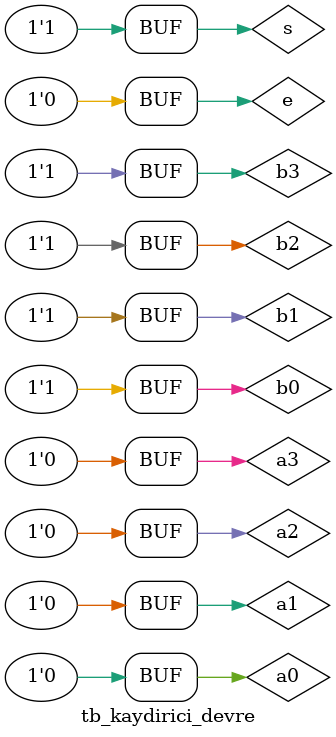
<source format=v>
module ikili_mux(
	input I0, I1, S,
	output OUT
);
wire w0, w1, w2;

not gate0(w0, S);
and gate1(w1, I1, S);
and gate2(w2, I0, w0);
or gate3(OUT, w1, w2);
 
endmodule

module dortlu_mux(
	input I0, I1, I2, I3, S0, S1,
	output OUT
);
wire w0, w1, w2, w3, w4, w5;

not gate0(w0, S0);
not gate1(w1, S1);
and gate2(w2, I3, S1, S0);
and gate3(w3, I2, S1, w0);// w0 = ~S0
and gate4(w4, I1, w1, S0);// w1 = ~S1
and gate5(w5, I0, w0, w1);
or gate6(OUT, w2, w3, w4, w5);

endmodule

module kaydirici_devre(
	input A0, A1, A2, A3,
	input B0, B1, B2, B3,
	input S, E,
	output Y0, Y1, Y2, Y3
);
wire ng0, ng1, ng2;
wire ag0, ag1, ag2, ag3, ag4, ag5, ag6, ag7;

not gate0(ng0, E);//~E
not gate1(ng1, S);//~S
not gate2(ng2, ng1);// S

and gateB3(ag7, B3, ng2, ng0);
and gateB2(ag6, B2, ng2, ng0);
and gateB1(ag5, B1, ng2, ng0);
and gateB0(ag4, B0, ng2, ng0);

and gateA3(ag3, A3, ng1, ng0);
and gateA2(ag2, A2, ng1, ng0);
and gateA1(ag1, A1, ng1, ng0);
and gateA0(ag0, A0, ng1, ng0);

or gateY3(Y3, ag3, ag7);
or gateY2(Y2, ag2, ag6);
or gateY1(Y1, ag1, ag5);
or gateY0(Y0, ag0, ag4);
endmodule

module tb_ikili_mux;
reg i0, i1, s;
wire Y;

ikili_mux dut (
 .I0(i0), .I1(i1), .S(s), .OUT(Y)
);

initial begin
   
    i0 = 0; i1 = 1; s = 0;
    #10;
    i0 = 0; i1 = 1; s = 1;
    #10;
    i0 = 1; i1 = 0; s = 0;
    #10;
    i0 = 1; i1 = 0; s = 1;
    #10;
end

endmodule

module tb_dortlu_mux;
reg i0, i1, i2, i3, s0, s1;
wire Y;

dortlu_mux dut2 (
 .I0(i0), .I1(i1), .I2(i2), .I3(i3), .S0(s0), .S1(s1), .OUT(Y)
);

initial begin
   
    i0 = 1; i1 = 0; i2 = 0; i3 = 0; s0 = 0; s1 = 1;
    #10;

    i0 = 0; i1 = 1; i2 = 0; i3 = 0; s0 = 1; s1 = 0;
    #10;

    i0 = 0; i1 = 0; i2 = 1; i3 = 0; s0 = 0; s1 = 1;
    #10;

    i0 = 0; i1 = 0; i2 = 0; i3 = 1; s0 = 1; s1 = 1;
    #10;

end

endmodule

module tb_kaydirici_devre;
reg a0, a1, a2, a3, b0, b1, b2, b3, s, e;
wire y0, y1, y2, y3;

kaydirici_devre dut3 (
 .A0(a0), .A1(a1), .A2(a2), .A3(a3),
 .B0(b0), .B1(b1), .B2(b2), .B3(b3),
 .S(s), .E(e),
 .Y0(y0), .Y1(y1), .Y2(y2), .Y3(y3)
);

initial begin
   
    a0 = 0; a1 = 0; a2 = 0; a3 = 0;
    b0 = 0; b1 = 0; b2 = 0; b3 = 0;
    s = 0; e = 0;
    #10;

    a0 = 1; a1 = 1; a2 = 1; a3 = 1;
    b0 = 0; b1 = 0; b2 = 0; b3 = 0;
    s = 0; e = 0;
    #10;

    a0 = 1; a1 = 1; a2 = 1; a3 = 1;
    b0 = 0; b1 = 0; b2 = 0; b3 = 0;
    s = 1; e = 0;
    #10;

    a0 = 0; a1 = 0; a2 = 0; a3 = 0;
    b0 = 1; b1 = 1; b2 = 1; b3 = 1;
    s = 0; e = 0;
    #10;

    a0 = 0; a1 = 0; a2 = 0; a3 = 0;
    b0 = 1; b1 = 1; b2 = 1; b3 = 1;
    s = 1; e = 0;
    #10;
end

endmodule



</source>
